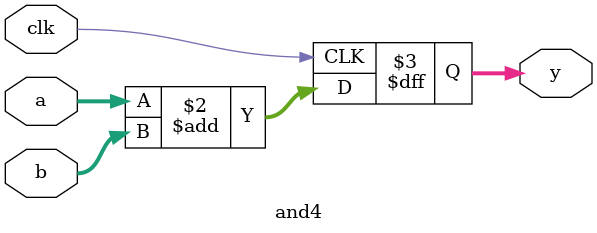
<source format=sv>
`timescale 1ns / 1ps


module and4 (
  input [3:0] a,
  input [3:0] b,
  output reg [4:0] y,
  input clk
 
);
  
 always @(posedge clk) begin
    y <= a + b;
 end

endmodule

</source>
